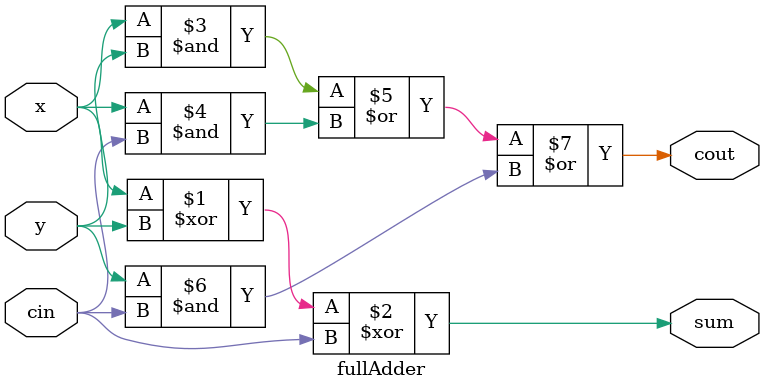
<source format=sv>


module fullAdder
(
    input logic x,
    input logic y,
    input logic cin,
    output logic sum,
    output logic cout
);

assign sum = x ^ y ^ cin;
assign cout = (x & y) | (x & cin) | (y & cin);

endmodule

</source>
